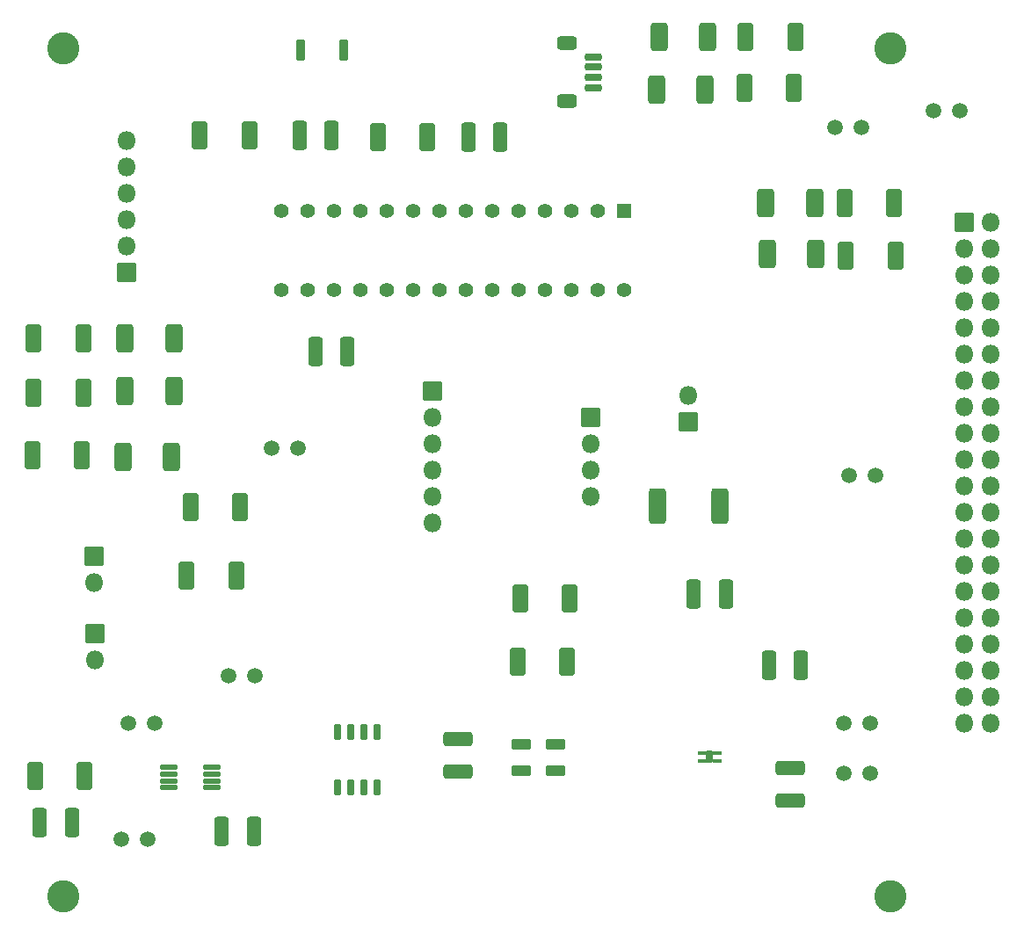
<source format=gts>
%TF.GenerationSoftware,KiCad,Pcbnew,(6.0.2)*%
%TF.CreationDate,2022-04-25T16:55:37-06:00*%
%TF.ProjectId,ColoradoCUBE_Payload,436f6c6f-7261-4646-9f43-5542455f5061,rev?*%
%TF.SameCoordinates,Original*%
%TF.FileFunction,Soldermask,Top*%
%TF.FilePolarity,Negative*%
%FSLAX46Y46*%
G04 Gerber Fmt 4.6, Leading zero omitted, Abs format (unit mm)*
G04 Created by KiCad (PCBNEW (6.0.2)) date 2022-04-25 16:55:37*
%MOMM*%
%LPD*%
G01*
G04 APERTURE LIST*
G04 Aperture macros list*
%AMRoundRect*
0 Rectangle with rounded corners*
0 $1 Rounding radius*
0 $2 $3 $4 $5 $6 $7 $8 $9 X,Y pos of 4 corners*
0 Add a 4 corners polygon primitive as box body*
4,1,4,$2,$3,$4,$5,$6,$7,$8,$9,$2,$3,0*
0 Add four circle primitives for the rounded corners*
1,1,$1+$1,$2,$3*
1,1,$1+$1,$4,$5*
1,1,$1+$1,$6,$7*
1,1,$1+$1,$8,$9*
0 Add four rect primitives between the rounded corners*
20,1,$1+$1,$2,$3,$4,$5,0*
20,1,$1+$1,$4,$5,$6,$7,0*
20,1,$1+$1,$6,$7,$8,$9,0*
20,1,$1+$1,$8,$9,$2,$3,0*%
G04 Aperture macros list end*
%ADD10RoundRect,0.050800X0.850000X0.850000X-0.850000X0.850000X-0.850000X-0.850000X0.850000X-0.850000X0*%
%ADD11O,1.801600X1.801600*%
%ADD12O,1.801599X0.551599*%
%ADD13RoundRect,0.050800X0.279400X-0.698500X0.279400X0.698500X-0.279400X0.698500X-0.279400X-0.698500X0*%
%ADD14RoundRect,0.050800X-0.355600X-0.152400X0.355600X-0.152400X0.355600X0.152400X-0.355600X0.152400X0*%
%ADD15RoundRect,0.050800X-0.254000X-0.546100X0.254000X-0.546100X0.254000X0.546100X-0.254000X0.546100X0*%
%ADD16RoundRect,0.050800X-0.660400X0.660400X-0.660400X-0.660400X0.660400X-0.660400X0.660400X0.660400X0*%
%ADD17C,1.422400*%
%ADD18RoundRect,0.300800X-1.100000X0.412500X-1.100000X-0.412500X1.100000X-0.412500X1.100000X0.412500X0*%
%ADD19RoundRect,0.050800X0.850900X0.444500X-0.850900X0.444500X-0.850900X-0.444500X0.850900X-0.444500X0*%
%ADD20C,1.501600*%
%ADD21RoundRect,0.300799X-0.450001X-1.075001X0.450001X-1.075001X0.450001X1.075001X-0.450001X1.075001X0*%
%ADD22RoundRect,0.300799X-0.512501X-1.075001X0.512501X-1.075001X0.512501X1.075001X-0.512501X1.075001X0*%
%ADD23RoundRect,0.300800X0.412500X1.100000X-0.412500X1.100000X-0.412500X-1.100000X0.412500X-1.100000X0*%
%ADD24RoundRect,0.300800X-0.412500X-1.100000X0.412500X-1.100000X0.412500X1.100000X-0.412500X1.100000X0*%
%ADD25RoundRect,0.050800X-0.850000X-0.850000X0.850000X-0.850000X0.850000X0.850000X-0.850000X0.850000X0*%
%ADD26RoundRect,0.300799X0.450001X1.075001X-0.450001X1.075001X-0.450001X-1.075001X0.450001X-1.075001X0*%
%ADD27C,3.101600*%
%ADD28RoundRect,0.250800X-0.200000X-0.800000X0.200000X-0.800000X0.200000X0.800000X-0.200000X0.800000X0*%
%ADD29RoundRect,0.300799X-0.512501X-1.425001X0.512501X-1.425001X0.512501X1.425001X-0.512501X1.425001X0*%
%ADD30RoundRect,0.200800X0.625000X-0.150000X0.625000X0.150000X-0.625000X0.150000X-0.625000X-0.150000X0*%
%ADD31RoundRect,0.300800X0.650000X-0.350000X0.650000X0.350000X-0.650000X0.350000X-0.650000X-0.350000X0*%
%ADD32RoundRect,0.300800X1.100000X-0.412500X1.100000X0.412500X-1.100000X0.412500X-1.100000X-0.412500X0*%
G04 APERTURE END LIST*
D10*
X114610998Y-67310000D03*
D11*
X114610998Y-64770000D03*
X114610998Y-62230000D03*
X114610998Y-59690000D03*
X114610998Y-57150000D03*
X114610998Y-54610000D03*
D12*
X122877001Y-114975998D03*
X122877001Y-115625999D03*
X122877001Y-116275998D03*
X122877001Y-116925999D03*
X118677002Y-116925999D03*
X118677002Y-116275998D03*
X118677002Y-115625999D03*
X118677002Y-114975998D03*
D13*
X134969250Y-116890800D03*
X136239250Y-116890800D03*
X137509250Y-116890800D03*
X138779250Y-116890800D03*
X138779250Y-111582200D03*
X137509250Y-111582200D03*
X136239250Y-111582200D03*
X134969250Y-111582200D03*
D14*
X170065700Y-113572951D03*
X170065700Y-114372949D03*
X171564300Y-114372949D03*
X171564300Y-113572951D03*
D15*
X170815000Y-113972950D03*
D16*
X162560000Y-61341000D03*
D17*
X160020000Y-61341000D03*
X157480000Y-61341000D03*
X154940000Y-61341000D03*
X152400000Y-61341000D03*
X149860000Y-61341000D03*
X147320000Y-61341000D03*
X144780000Y-61341000D03*
X142240000Y-61341000D03*
X139700000Y-61341000D03*
X137160000Y-61341000D03*
X134620000Y-61341000D03*
X132080000Y-61341000D03*
X129540000Y-61341000D03*
X129540000Y-68961000D03*
X132080000Y-68961000D03*
X134620000Y-68961000D03*
X137160000Y-68961000D03*
X139700000Y-68961000D03*
X142240000Y-68961000D03*
X144780000Y-68961000D03*
X147320000Y-68961000D03*
X149860000Y-68961000D03*
X152400000Y-68961000D03*
X154940000Y-68961000D03*
X157480000Y-68961000D03*
X160020000Y-68961000D03*
X162560000Y-68961000D03*
D18*
X146558000Y-112229500D03*
X146558000Y-115354500D03*
D19*
X155954999Y-115296950D03*
X155954999Y-112756950D03*
X152655001Y-112756950D03*
X152655001Y-115296950D03*
D20*
X182880000Y-53340000D03*
X185420000Y-53340000D03*
D21*
X174270000Y-44564000D03*
X179070000Y-44564000D03*
D22*
X165683500Y-49657000D03*
X170358500Y-49657000D03*
D23*
X172377500Y-98298000D03*
X169252500Y-98298000D03*
D24*
X147535500Y-54229000D03*
X150660500Y-54229000D03*
D23*
X179616500Y-105156000D03*
X176491500Y-105156000D03*
D25*
X159385000Y-81280000D03*
D11*
X159385000Y-83820000D03*
X159385000Y-86360000D03*
X159385000Y-88900000D03*
D26*
X125590000Y-89916000D03*
X120790000Y-89916000D03*
D25*
X195326000Y-62484000D03*
D11*
X197866000Y-62484000D03*
X195326000Y-65024000D03*
X197866000Y-65024000D03*
X195326000Y-67564000D03*
X197866000Y-67564000D03*
X195326000Y-70104000D03*
X197866000Y-70104000D03*
X195326000Y-72644000D03*
X197866000Y-72644000D03*
X195326000Y-75184000D03*
X197866000Y-75184000D03*
X195326000Y-77724000D03*
X197866000Y-77724000D03*
X195326000Y-80264000D03*
X197866000Y-80264000D03*
X195326000Y-82804000D03*
X197866000Y-82804000D03*
X195326000Y-85344000D03*
X197866000Y-85344000D03*
X195326000Y-87884000D03*
X197866000Y-87884000D03*
X195326000Y-90424000D03*
X197866000Y-90424000D03*
X195326000Y-92964000D03*
X197866000Y-92964000D03*
X195326000Y-95504000D03*
X197866000Y-95504000D03*
X195326000Y-98044000D03*
X197866000Y-98044000D03*
X195326000Y-100584000D03*
X197866000Y-100584000D03*
X195326000Y-103124000D03*
X197866000Y-103124000D03*
X195326000Y-105664000D03*
X197866000Y-105664000D03*
X195326000Y-108204000D03*
X197866000Y-108204000D03*
X195326000Y-110744000D03*
X197866000Y-110744000D03*
D22*
X114300000Y-85090000D03*
X118975000Y-85090000D03*
D20*
X126980000Y-106172000D03*
X124440000Y-106172000D03*
D26*
X125209000Y-96520000D03*
X120409000Y-96520000D03*
D20*
X128651000Y-84201000D03*
X131191000Y-84201000D03*
D25*
X144145000Y-78740000D03*
D11*
X144145000Y-81280000D03*
X144145000Y-83820000D03*
X144145000Y-86360000D03*
X144145000Y-88900000D03*
X144145000Y-91440000D03*
D23*
X126911500Y-121158000D03*
X123786500Y-121158000D03*
D20*
X183769000Y-110744000D03*
X186309000Y-110744000D03*
D26*
X110350000Y-84910000D03*
X105550000Y-84910000D03*
X157340000Y-98679000D03*
X152540000Y-98679000D03*
X110477000Y-73660000D03*
X105677000Y-73660000D03*
D27*
X188250000Y-127422000D03*
X108550000Y-127422000D03*
D20*
X192405000Y-51689000D03*
X194945000Y-51689000D03*
X183769000Y-115570000D03*
X186309000Y-115570000D03*
D22*
X176224500Y-60579000D03*
X180899500Y-60579000D03*
X114502500Y-73660000D03*
X119177500Y-73660000D03*
D28*
X131377000Y-45847000D03*
X135577000Y-45847000D03*
D10*
X168783000Y-81666000D03*
D11*
X168783000Y-79126000D03*
D29*
X165795500Y-89789000D03*
X171770500Y-89789000D03*
D26*
X110477000Y-78867000D03*
X105677000Y-78867000D03*
D20*
X184277000Y-86868000D03*
X186817000Y-86868000D03*
D27*
X188250000Y-45722000D03*
D21*
X183909000Y-65659000D03*
X188709000Y-65659000D03*
X152286000Y-104775000D03*
X157086000Y-104775000D03*
X174130000Y-49530000D03*
X178930000Y-49530000D03*
D30*
X159567000Y-49506000D03*
X159567000Y-48506000D03*
X159567000Y-47506000D03*
X159567000Y-46506000D03*
D31*
X157042000Y-50806000D03*
X157042000Y-45206000D03*
D21*
X138824000Y-54229000D03*
X143624000Y-54229000D03*
D24*
X132803500Y-74930000D03*
X135928500Y-74930000D03*
D23*
X134404500Y-54102000D03*
X131279500Y-54102000D03*
D21*
X105804000Y-115824000D03*
X110604000Y-115824000D03*
X183782000Y-60579000D03*
X188582000Y-60579000D03*
X121679000Y-54102000D03*
X126479000Y-54102000D03*
D20*
X114828000Y-110744000D03*
X117368000Y-110744000D03*
X114173000Y-121920000D03*
X116713000Y-121920000D03*
D23*
X109385500Y-120269000D03*
X106260500Y-120269000D03*
D32*
X178562000Y-118148500D03*
X178562000Y-115023500D03*
D25*
X111633000Y-102108000D03*
D11*
X111633000Y-104648000D03*
D22*
X176351500Y-65532000D03*
X181026500Y-65532000D03*
D27*
X108550000Y-45722000D03*
D25*
X111506000Y-94615000D03*
D11*
X111506000Y-97155000D03*
D22*
X165950500Y-44564000D03*
X170625500Y-44564000D03*
X114502500Y-78740000D03*
X119177500Y-78740000D03*
M02*

</source>
